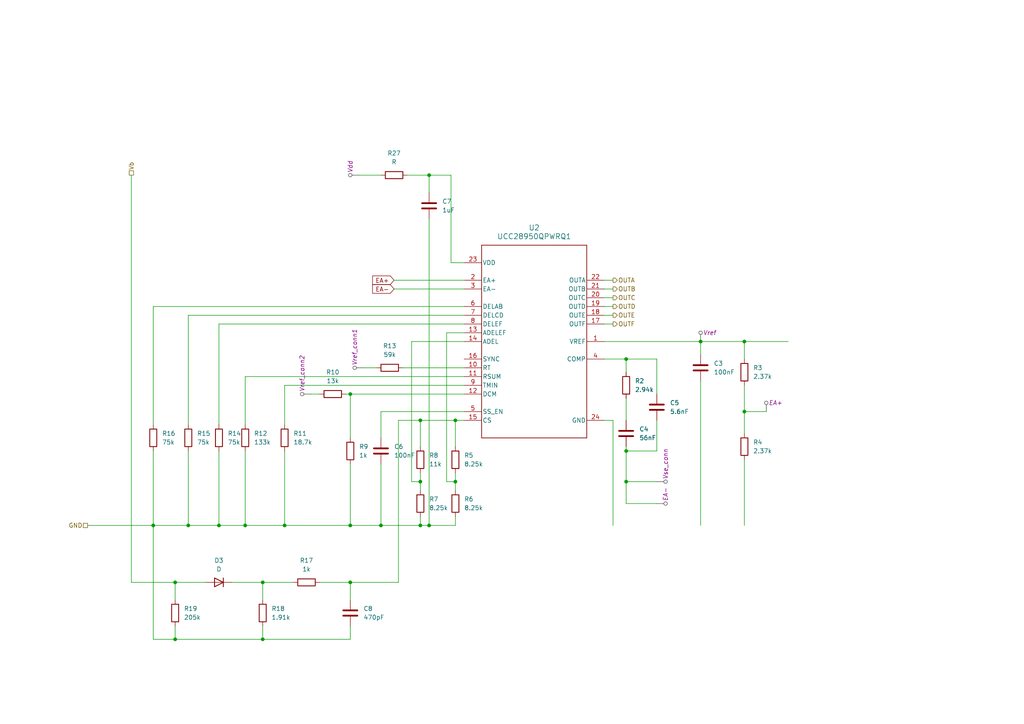
<source format=kicad_sch>
(kicad_sch (version 20231120) (generator "eeschema") (generator_version "8.0")
  (paper "A4")
  (lib_symbols
    (symbol "Device:C" (pin_numbers hide) (pin_names (offset 0.254))
      (property "Reference" "C" (at 0.635 2.54 0))
      (property "Value" "C" (at 0.635 -2.54 0))
      (symbol "C_0_1"
        (polyline (pts (xy -2.032 -0.762) (xy 2.032 -0.762)) (stroke (width 0.508)))
        (polyline (pts (xy -2.032 0.762) (xy 2.032 0.762)) (stroke (width 0.508)))
      )
      (symbol "C_1_1"
        (pin passive line (at 0 3.81 270) (length 2.794) (name "~") (number "1"))
        (pin passive line (at 0 -3.81 90) (length 2.794) (name "~") (number "2"))
      )
    )
    (symbol "Device:D" (pin_numbers hide) (pin_names (offset 1.016) hide)
      (property "Reference" "D" (at 0 2.54 0))
      (property "Value" "D" (at 0 -2.54 0))
      (symbol "D_0_1"
        (polyline (pts (xy -1.27 1.27) (xy -1.27 -1.27)) (stroke (width 0.254)))
        (polyline (pts (xy 1.27 0) (xy -1.27 0)))
        (polyline (pts (xy 1.27 1.27) (xy 1.27 -1.27) (xy -1.27 0) (xy 1.27 1.27)) (stroke (width 0.254)))
      )
      (symbol "D_1_1"
        (pin passive line (at -3.81 0 0) (length 2.54) (name "K") (number "1"))
        (pin passive line (at 3.81 0 180) (length 2.54) (name "A") (number "2"))
      )
    )
    (symbol "Device:R" (pin_numbers hide) (pin_names (offset 0))
      (property "Reference" "R" (at 2.032 0 90))
      (property "Value" "R" (at 0 0 90))
      (symbol "R_0_1"
        (rectangle (start -1.016 -2.54) (end 1.016 2.54) (stroke (width 0.254)))
      )
      (symbol "R_1_1"
        (pin passive line (at 0 3.81 270) (length 1.27) (name "~") (number "1"))
        (pin passive line (at 0 -3.81 90) (length 1.27) (name "~") (number "2"))
      )
    )
    (symbol "UCC28950QPWRQ1:UCC28950QPWRQ1" (pin_names (offset 0.254))
      (property "Reference" "U" (at 0 2.54 0))
      (property "Value" "UCC28950QPWRQ1" (at 0 0 0))
      (symbol "UCC28950QPWRQ1_0_1"
        (polyline (pts (xy -15.24 -27.94) (xy 15.24 -27.94)) (stroke (width 0.2032)))
        (polyline (pts (xy -15.24 27.94) (xy -15.24 -27.94)) (stroke (width 0.2032)))
        (polyline (pts (xy 15.24 -27.94) (xy 15.24 27.94)) (stroke (width 0.2032)))
        (polyline (pts (xy 15.24 27.94) (xy -15.24 27.94)) (stroke (width 0.2032)))
        (pin output line (at 20.32 0 180) (length 5.08) (name "VREF") (number "1"))
        (pin input line (at -20.32 -7.62 0) (length 5.08) (name "RT") (number "10"))
        (pin input line (at -20.32 -10.16 0) (length 5.08) (name "RSUM") (number "11"))
        (pin input line (at -20.32 -15.24 0) (length 5.08) (name "DCM") (number "12"))
        (pin input line (at -20.32 2.54 0) (length 5.08) (name "ADELEF") (number "13"))
        (pin input line (at -20.32 0 0) (length 5.08) (name "ADEL") (number "14"))
        (pin input line (at -20.32 -22.86 0) (length 5.08) (name "CS") (number "15"))
        (pin bidirectional line (at -20.32 -5.08 0) (length 5.08) (name "SYNC") (number "16"))
        (pin output line (at 20.32 5.08 180) (length 5.08) (name "OUTF") (number "17"))
        (pin output line (at 20.32 7.62 180) (length 5.08) (name "OUTE") (number "18"))
        (pin output line (at 20.32 10.16 180) (length 5.08) (name "OUTD") (number "19"))
        (pin input line (at -20.32 17.78 0) (length 5.08) (name "EA+") (number "2"))
        (pin output line (at 20.32 12.7 180) (length 5.08) (name "OUTC") (number "20"))
        (pin output line (at 20.32 15.24 180) (length 5.08) (name "OUTB") (number "21"))
        (pin output line (at 20.32 17.78 180) (length 5.08) (name "OUTA") (number "22"))
        (pin power_in line (at -20.32 22.86 0) (length 5.08) (name "VDD") (number "23"))
        (pin power_in line (at 20.32 -22.86 180) (length 5.08) (name "GND") (number "24"))
        (pin input line (at -20.32 15.24 0) (length 5.08) (name "EA-") (number "3"))
        (pin bidirectional line (at 20.32 -5.08 180) (length 5.08) (name "COMP") (number "4"))
        (pin input line (at -20.32 -20.32 0) (length 5.08) (name "SS_EN") (number "5"))
        (pin input line (at -20.32 10.16 0) (length 5.08) (name "DELAB") (number "6"))
        (pin input line (at -20.32 7.62 0) (length 5.08) (name "DELCD") (number "7"))
        (pin input line (at -20.32 5.08 0) (length 5.08) (name "DELEF") (number "8"))
        (pin input line (at -20.32 -12.7 0) (length 5.08) (name "TMIN") (number "9"))
      )
    )
  )
  (junction (at 124.46 152.4))
  (junction (at 121.92 121.92))
  (junction (at 54.61 152.4))
  (junction (at 71.12 152.4))
  (junction (at 82.55 152.4))
  (junction (at 121.92 139.7))
  (junction (at 101.6 168.91))
  (junction (at 181.61 139.7))
  (junction (at 215.9 119.38))
  (junction (at 50.8 185.42))
  (junction (at 124.46 50.8))
  (junction (at 181.61 130.81))
  (junction (at 121.92 152.4))
  (junction (at 110.49 152.4))
  (junction (at 203.2 99.06))
  (junction (at 76.2 185.42))
  (junction (at 44.45 152.4))
  (junction (at 76.2 168.91))
  (junction (at 101.6 114.3))
  (junction (at 215.9 99.06))
  (junction (at 101.6 152.4))
  (junction (at 50.8 168.91))
  (junction (at 63.5 152.4))
  (junction (at 132.08 139.7))
  (junction (at 181.61 104.14))
  (junction (at 132.08 121.92))
  (wire (pts (xy 190.5 121.92) (xy 190.5 130.81)))
  (wire (pts (xy 118.11 50.8) (xy 124.46 50.8)))
  (wire (pts (xy 134.62 76.2) (xy 130.81 76.2)))
  (wire (pts (xy 71.12 109.22) (xy 134.62 109.22)))
  (wire (pts (xy 76.2 168.91) (xy 76.2 173.99)))
  (wire (pts (xy 44.45 123.19) (xy 44.45 88.9)))
  (wire (pts (xy 121.92 121.92) (xy 132.08 121.92)))
  (wire (pts (xy 82.55 111.76) (xy 82.55 123.19)))
  (wire (pts (xy 121.92 142.24) (xy 121.92 139.7)))
  (wire (pts (xy 101.6 185.42) (xy 101.6 181.61)))
  (wire (pts (xy 119.38 139.7) (xy 119.38 99.06)))
  (wire (pts (xy 124.46 50.8) (xy 124.46 55.88)))
  (wire (pts (xy 71.12 130.81) (xy 71.12 152.4)))
  (wire (pts (xy 134.62 121.92) (xy 132.08 121.92)))
  (wire (pts (xy 215.9 119.38) (xy 222.25 119.38)))
  (wire (pts (xy 101.6 134.62) (xy 101.6 152.4)))
  (wire (pts (xy 100.33 114.3) (xy 101.6 114.3)))
  (wire (pts (xy 50.8 168.91) (xy 50.8 173.99)))
  (wire (pts (xy 50.8 168.91) (xy 59.69 168.91)))
  (wire (pts (xy 181.61 139.7) (xy 190.5 139.7)))
  (wire (pts (xy 76.2 185.42) (xy 101.6 185.42)))
  (wire (pts (xy 119.38 99.06) (xy 134.62 99.06)))
  (wire (pts (xy 129.54 96.52) (xy 129.54 139.7)))
  (wire (pts (xy 134.62 91.44) (xy 54.61 91.44)))
  (wire (pts (xy 124.46 63.5) (xy 124.46 152.4)))
  (wire (pts (xy 132.08 121.92) (xy 132.08 129.54)))
  (wire (pts (xy 101.6 168.91) (xy 115.57 168.91)))
  (wire (pts (xy 114.3 81.28) (xy 134.62 81.28)))
  (wire (pts (xy 134.62 96.52) (xy 129.54 96.52)))
  (wire (pts (xy 175.26 93.98) (xy 177.8 93.98)))
  (wire (pts (xy 63.5 93.98) (xy 134.62 93.98)))
  (wire (pts (xy 101.6 114.3) (xy 101.6 127)))
  (wire (pts (xy 44.45 130.81) (xy 44.45 152.4)))
  (wire (pts (xy 134.62 119.38) (xy 110.49 119.38)))
  (wire (pts (xy 181.61 130.81) (xy 181.61 129.54)))
  (wire (pts (xy 175.26 88.9) (xy 177.8 88.9)))
  (wire (pts (xy 115.57 121.92) (xy 121.92 121.92)))
  (wire (pts (xy 115.57 168.91) (xy 115.57 121.92)))
  (wire (pts (xy 44.45 185.42) (xy 50.8 185.42)))
  (wire (pts (xy 181.61 146.05) (xy 181.61 139.7)))
  (wire (pts (xy 181.61 139.7) (xy 181.61 130.81)))
  (wire (pts (xy 38.1 50.8) (xy 38.1 168.91)))
  (wire (pts (xy 82.55 152.4) (xy 101.6 152.4)))
  (wire (pts (xy 121.92 129.54) (xy 121.92 121.92)))
  (wire (pts (xy 121.92 139.7) (xy 119.38 139.7)))
  (wire (pts (xy 215.9 111.76) (xy 215.9 119.38)))
  (wire (pts (xy 25.4 152.4) (xy 44.45 152.4)))
  (wire (pts (xy 63.5 152.4) (xy 71.12 152.4)))
  (wire (pts (xy 215.9 119.38) (xy 215.9 125.73)))
  (wire (pts (xy 82.55 130.81) (xy 82.55 152.4)))
  (wire (pts (xy 54.61 152.4) (xy 63.5 152.4)))
  (wire (pts (xy 110.49 134.62) (xy 110.49 152.4)))
  (wire (pts (xy 124.46 152.4) (xy 121.92 152.4)))
  (wire (pts (xy 90.17 114.3) (xy 92.71 114.3)))
  (wire (pts (xy 134.62 111.76) (xy 82.55 111.76)))
  (wire (pts (xy 132.08 137.16) (xy 132.08 139.7)))
  (wire (pts (xy 181.61 115.57) (xy 181.61 121.92)))
  (wire (pts (xy 76.2 168.91) (xy 85.09 168.91)))
  (wire (pts (xy 105.41 106.68) (xy 109.22 106.68)))
  (wire (pts (xy 116.84 106.68) (xy 134.62 106.68)))
  (wire (pts (xy 215.9 99.06) (xy 215.9 104.14)))
  (wire (pts (xy 54.61 91.44) (xy 54.61 123.19)))
  (wire (pts (xy 190.5 146.05) (xy 181.61 146.05)))
  (wire (pts (xy 215.9 99.06) (xy 228.6 99.06)))
  (wire (pts (xy 50.8 185.42) (xy 76.2 185.42)))
  (wire (pts (xy 175.26 121.92) (xy 177.8 121.92)))
  (wire (pts (xy 181.61 104.14) (xy 175.26 104.14)))
  (wire (pts (xy 190.5 114.3) (xy 190.5 104.14)))
  (wire (pts (xy 63.5 123.19) (xy 63.5 93.98)))
  (wire (pts (xy 110.49 152.4) (xy 101.6 152.4)))
  (wire (pts (xy 175.26 99.06) (xy 203.2 99.06)))
  (wire (pts (xy 190.5 130.81) (xy 181.61 130.81)))
  (wire (pts (xy 104.14 50.8) (xy 110.49 50.8)))
  (wire (pts (xy 50.8 168.91) (xy 38.1 168.91)))
  (wire (pts (xy 175.26 86.36) (xy 177.8 86.36)))
  (wire (pts (xy 203.2 99.06) (xy 203.2 102.87)))
  (wire (pts (xy 63.5 130.81) (xy 63.5 152.4)))
  (wire (pts (xy 215.9 133.35) (xy 215.9 152.4)))
  (wire (pts (xy 44.45 88.9) (xy 134.62 88.9)))
  (wire (pts (xy 175.26 83.82) (xy 177.8 83.82)))
  (wire (pts (xy 44.45 152.4) (xy 44.45 185.42)))
  (wire (pts (xy 132.08 152.4) (xy 124.46 152.4)))
  (wire (pts (xy 203.2 110.49) (xy 203.2 152.4)))
  (wire (pts (xy 130.81 50.8) (xy 124.46 50.8)))
  (wire (pts (xy 132.08 139.7) (xy 132.08 142.24)))
  (wire (pts (xy 121.92 137.16) (xy 121.92 139.7)))
  (wire (pts (xy 67.31 168.91) (xy 76.2 168.91)))
  (wire (pts (xy 101.6 168.91) (xy 101.6 173.99)))
  (wire (pts (xy 71.12 152.4) (xy 82.55 152.4)))
  (wire (pts (xy 76.2 181.61) (xy 76.2 185.42)))
  (wire (pts (xy 175.26 91.44) (xy 177.8 91.44)))
  (wire (pts (xy 134.62 114.3) (xy 101.6 114.3)))
  (wire (pts (xy 71.12 109.22) (xy 71.12 123.19)))
  (wire (pts (xy 203.2 99.06) (xy 215.9 99.06)))
  (wire (pts (xy 54.61 130.81) (xy 54.61 152.4)))
  (wire (pts (xy 177.8 121.92) (xy 177.8 152.4)))
  (wire (pts (xy 110.49 119.38) (xy 110.49 127)))
  (wire (pts (xy 181.61 104.14) (xy 190.5 104.14)))
  (wire (pts (xy 130.81 76.2) (xy 130.81 50.8)))
  (wire (pts (xy 114.3 83.82) (xy 134.62 83.82)))
  (wire (pts (xy 44.45 152.4) (xy 54.61 152.4)))
  (wire (pts (xy 132.08 149.86) (xy 132.08 152.4)))
  (wire (pts (xy 175.26 81.28) (xy 177.8 81.28)))
  (wire (pts (xy 121.92 149.86) (xy 121.92 152.4)))
  (wire (pts (xy 129.54 139.7) (xy 132.08 139.7)))
  (wire (pts (xy 181.61 104.14) (xy 181.61 107.95)))
  (wire (pts (xy 50.8 181.61) (xy 50.8 185.42)))
  (wire (pts (xy 121.92 152.4) (xy 110.49 152.4)))
  (wire (pts (xy 92.71 168.91) (xy 101.6 168.91)))
  (global_label "EA+" (shape input) (at 114.3 81.28 180) (property "Intersheetrefs" "${INTERSHEET_REFS}" (effects (hide yes))))
  (global_label "EA-" (shape input) (at 114.3 83.82 180) (property "Intersheetrefs" "${INTERSHEET_REFS}" (effects (hide yes))))
  (hierarchical_label "Vb" (shape passive) (at 38.1 50.8 90))
  (hierarchical_label "OUTC" (shape output) (at 177.8 86.36 0))
  (hierarchical_label "OUTE" (shape output) (at 177.8 91.44 0))
  (hierarchical_label "OUTD" (shape output) (at 177.8 88.9 0))
  (hierarchical_label "OUTF" (shape output) (at 177.8 93.98 0))
  (hierarchical_label "OUTA" (shape output) (at 177.8 81.28 0))
  (hierarchical_label "OUTB" (shape output) (at 177.8 83.82 0))
  (hierarchical_label "GND" (shape passive) (at 25.4 152.4 180))
  (netclass_flag "" (length 2.54) (shape round) (at 222.25 119.38 0) (property "Netclass" "EA+" (at 222.9485 116.84 0) (effects (font (italic yes)) (justify left))))
  (netclass_flag "" (length 2.54) (shape round) (at 90.17 114.3 90) (property "Netclass" "Vref_conn2" (at 87.63 113.6015 90) (effects (font (italic yes)) (justify left))))
  (netclass_flag "" (length 2.54) (shape round) (at 190.5 139.7 270) (property "Netclass" "Vse_conn" (at 193.04 139.0015 90) (effects (font (italic yes)) (justify left))))
  (netclass_flag "" (length 2.54) (shape round) (at 190.5 146.05 270) (property "Netclass" "EA-" (at 193.04 145.3515 90) (effects (font (italic yes)) (justify left))))
  (netclass_flag "" (length 2.54) (shape round) (at 203.2 99.06 0) (property "Netclass" "Vref" (at 203.8985 96.52 0) (effects (font (italic yes)) (justify left))))
  (netclass_flag "" (length 2.54) (shape round) (at 104.14 50.8 90) (property "Netclass" "Vdd" (at 101.6 50.1015 90) (effects (font (italic yes)) (justify left))))
  (netclass_flag "" (length 2.54) (shape round) (at 105.41 106.68 90) (property "Netclass" "Vref_conn1" (at 102.87 105.9815 90) (effects (font (italic yes)) (justify left))))
  (symbol (lib_id "Device:R") (at 63.5 127 180) (unit 1)
    (property "Reference" "R14" (at 66.04 125.7299 0) (effects (justify right)))
    (property "Value" "75k" (at 66.04 128.2699 0) (effects (justify right)))
    (property "Footprint" "Resistor_SMD:R_0805_2012Metric_Pad1.20x1.40mm_HandSolder" (effects (hide yes)))
    (property "Description" "CRCW080575K0FKEA 75 kOhms ±1% 0.125W, 1/8W Chip Resistor 0805 (2012 Metric) Automotive AEC-Q200 Thick Film" (effects (hide yes)))
  )
  (symbol (lib_id "Device:R") (at 101.6 130.81 0) (unit 1)
    (property "Reference" "R9" (at 104.14 129.5399 0) (effects (justify left)))
    (property "Value" "1k" (at 104.14 132.0799 0) (effects (justify left)))
    (property "Footprint" "Resistor_SMD:R_0805_2012Metric_Pad1.20x1.40mm_HandSolder" (effects (hide yes)))
    (property "Description" "CRCW08051K00FKEA 1 kOhms ±1% 0.125W, 1/8W Chip Resistor 0805 (2012 Metric) Automotive AEC-Q200 Thick Film" (effects (hide yes)))
  )
  (symbol (lib_id "Device:R") (at 96.52 114.3 90) (unit 1)
    (property "Reference" "R10" (at 96.52 107.95 90))
    (property "Value" "13k" (at 96.52 110.49 90))
    (property "Footprint" "Resistor_SMD:R_0805_2012Metric_Pad1.20x1.40mm_HandSolder" (effects (hide yes)))
    (property "Description" "CRCW080513K0FKEA 13 kOhms ±1% 0.125W, 1/8W Chip Resistor 0805 (2012 Metric) Automotive AEC-Q200 Thick Film" (effects (hide yes)))
  )
  (symbol (lib_id "Device:R") (at 88.9 168.91 270) (unit 1)
    (property "Reference" "R17" (at 88.9 162.56 90))
    (property "Value" "1k" (at 88.9 165.1 90))
    (property "Footprint" "Resistor_SMD:R_0805_2012Metric_Pad1.20x1.40mm_HandSolder" (effects (hide yes)))
    (property "Description" "CRCW08051K00FKEA 1 kOhms ±1% 0.125W, 1/8W Chip Resistor 0805 (2012 Metric) Automotive AEC-Q200 Thick Film" (effects (hide yes)))
  )
  (symbol (lib_id "Device:R") (at 114.3 50.8 90) (unit 1)
    (property "Reference" "R27" (at 114.3 44.45 90))
    (property "Value" "R" (at 114.3 46.99 90))
    (property "Description" "Resistor" (effects (hide yes)))
  )
  (symbol (lib_id "Device:R") (at 113.03 106.68 270) (unit 1)
    (property "Reference" "R13" (at 113.03 100.33 90))
    (property "Value" "59k" (at 113.03 102.87 90))
    (property "Footprint" "Resistor_SMD:R_0805_2012Metric_Pad1.20x1.40mm_HandSolder" (effects (hide yes)))
    (property "Description" "CRCW080559K0FKEA 59 kOhms ±1% 0.125W, 1/8W Chip Resistor 0805 (2012 Metric) Automotive AEC-Q200 Thick Film" (effects (hide yes)))
  )
  (symbol (lib_id "Device:D") (at 63.5 168.91 180) (unit 1)
    (property "Reference" "D3" (at 63.5 162.56 0))
    (property "Value" "D" (at 63.5 165.1 0))
    (property "Footprint" "Diode_SMD:D_SOD-123" (effects (hide yes)))
    (property "Datasheet" "chrome-extension://efaidnbmnnnibpcajpcglclefindmkaj/https://www.onsemi.com/pdf/datasheet/mmsd4148t1-d.pdf" (effects (hide yes)))
    (property "Description" "Diode 100 V 200mA Surface Mount SOD-123" (effects (hide yes)))
    (property "Sim.Device" "D" (effects (hide yes)))
    (property "Sim.Pins" "1=K 2=A" (effects (hide yes)))
  )
  (symbol (lib_id "Device:R") (at 50.8 177.8 180) (unit 1)
    (property "Reference" "R19" (at 53.34 176.5299 0) (effects (justify right)))
    (property "Value" "205k" (at 53.34 179.0699 0) (effects (justify right)))
    (property "Footprint" "Resistor_SMD:R_0805_2012Metric_Pad1.20x1.40mm_HandSolder" (effects (hide yes)))
    (property "Description" "RC0805FR-07205KL 205 kOhms ±1% 0.125W, 1/8W Chip Resistor 0805 (2012 Metric) Moisture Resistant Thick Film" (effects (hide yes)))
  )
  (symbol (lib_id "UCC28950QPWRQ1:UCC28950QPWRQ1") (at 154.94 99.06 0) (unit 1)
    (property "Reference" "U2" (at 154.94 66.04 0) (effects (font (size 1.524 1.524))))
    (property "Value" "UCC28950QPWRQ1" (at 154.94 68.58 0) (effects (font (size 1.524 1.524))))
    (property "Footprint" "PW0024A_N" (effects (hide yes)))
    (property "Datasheet" "UCC28950QPWRQ1" (effects (hide yes)))
  )
  (symbol (lib_id "Device:R") (at 71.12 127 180) (unit 1)
    (property "Reference" "R12" (at 73.66 125.7299 0) (effects (justify right)))
    (property "Value" "133k" (at 73.66 128.2699 0) (effects (justify right)))
    (property "Footprint" "Resistor_SMD:R_0805_2012Metric_Pad1.20x1.40mm_HandSolder" (effects (hide yes)))
    (property "Description" "CRCW0805133KFKEA 133 kOhms ±1% 0.125W, 1/8W Chip Resistor 0805 (2012 Metric) Automotive AEC-Q200 Thick Film" (effects (hide yes)))
  )
  (symbol (lib_id "Device:C") (at 190.5 118.11 0) (unit 1)
    (property "Reference" "C5" (at 194.31 116.8399 0) (effects (justify left)))
    (property "Value" "5.6nF" (at 194.31 119.3799 0) (effects (justify left)))
    (property "Footprint" "Capacitor_SMD:C_0805_2012Metric_Pad1.18x1.45mm_HandSolder" (effects (hide yes)))
    (property "Description" "CGA4C2C0G1H562J060AA" (effects (hide yes)))
  )
  (symbol (lib_id "Device:C") (at 124.46 59.69 0) (unit 1)
    (property "Reference" "C7" (at 128.27 58.4199 0) (effects (justify left)))
    (property "Value" "1uF" (at 128.27 60.9599 0) (effects (justify left)))
    (property "Footprint" "Capacitor_SMD:C_0805_2012Metric_Pad1.18x1.45mm_HandSolder" (effects (hide yes)))
    (property "Description" "TMK212BJ105KG-T 1 µF ±10% 25V Ceramic Capacitor X5R 0805 (2012 Metric)" (effects (hide yes)))
  )
  (symbol (lib_id "Device:R") (at 132.08 133.35 0) (unit 1)
    (property "Reference" "R5" (at 134.62 132.0799 0) (effects (justify left)))
    (property "Value" "8.25k" (at 134.62 134.6199 0) (effects (justify left)))
    (property "Footprint" "Resistor_SMD:R_0805_2012Metric_Pad1.20x1.40mm_HandSolder" (effects (hide yes)))
    (property "Description" "CRCW08058K25FKEAC 8.25 kOhms ±1% 0.125W, 1/8W Chip Resistor 0805 (2012 Metric) Thick Film" (effects (hide yes)))
  )
  (symbol (lib_id "Device:R") (at 76.2 177.8 180) (unit 1)
    (property "Reference" "R18" (at 78.74 176.5299 0) (effects (justify right)))
    (property "Value" "1.91k" (at 78.74 179.0699 0) (effects (justify right)))
    (property "Footprint" "Resistor_SMD:R_0805_2012Metric_Pad1.20x1.40mm_HandSolder" (effects (hide yes)))
    (property "Description" "CRCW08051K91FKEA 1.91 kOhms ±1% 0.125W, 1/8W Chip Resistor 0805 (2012 Metric) Automotive AEC-Q200 Thick Film" (effects (hide yes)))
  )
  (symbol (lib_id "Device:C") (at 101.6 177.8 0) (unit 1)
    (property "Reference" "C8" (at 105.41 176.5299 0) (effects (justify left)))
    (property "Value" "470pF" (at 105.41 179.0699 0) (effects (justify left)))
    (property "Footprint" "Capacitor_SMD:C_0805_2012Metric_Pad1.18x1.45mm_HandSolder" (effects (hide yes)))
    (property "Description" "CC0805JRNPO9BN471 470 pF ±5% 50V Ceramic Capacitor C0G, NP0 0805 (2012 Metric)" (effects (hide yes)))
  )
  (symbol (lib_id "Device:R") (at 121.92 146.05 0) (unit 1)
    (property "Reference" "R7" (at 124.46 144.7799 0) (effects (justify left)))
    (property "Value" "8.25k" (at 124.46 147.3199 0) (effects (justify left)))
    (property "Footprint" "Resistor_SMD:R_0805_2012Metric_Pad1.20x1.40mm_HandSolder" (effects (hide yes)))
    (property "Description" "CRCW08058K25FKEAC 8.25 kOhms ±1% 0.125W, 1/8W Chip Resistor 0805 (2012 Metric) Thick Film" (effects (hide yes)))
  )
  (symbol (lib_id "Device:R") (at 121.92 133.35 0) (unit 1)
    (property "Reference" "R8" (at 124.46 132.0799 0) (effects (justify left)))
    (property "Value" "11k" (at 124.46 134.6199 0) (effects (justify left)))
    (property "Footprint" "Resistor_SMD:R_0805_2012Metric_Pad1.20x1.40mm_HandSolder" (effects (hide yes)))
    (property "Description" "CRCW080511K0FKEA 11 kOhms ±1% 0.125W, 1/8W Chip Resistor 0805 (2012 Metric) Automotive AEC-Q200 Thick Film" (effects (hide yes)))
  )
  (symbol (lib_id "Device:C") (at 110.49 130.81 0) (unit 1)
    (property "Reference" "C6" (at 114.3 129.5399 0) (effects (justify left)))
    (property "Value" "100nF" (at 114.3 132.0799 0) (effects (justify left)))
    (property "Footprint" "Capacitor_SMD:C_0805_2012Metric_Pad1.18x1.45mm_HandSolder" (effects (hide yes)))
    (property "Description" "CC0805KRX7R8BB104 0.1 µF ±10% 25V Ceramic Capacitor X7R 0805 (2012 Metric)" (effects (hide yes)))
  )
  (symbol (lib_id "Device:C") (at 203.2 106.68 0) (unit 1)
    (property "Reference" "C3" (at 207.01 105.4099 0) (effects (justify left)))
    (property "Value" "100nF" (at 207.01 107.9499 0) (effects (justify left)))
    (property "Footprint" "Capacitor_SMD:C_0805_2012Metric_Pad1.18x1.45mm_HandSolder" (effects (hide yes)))
    (property "Description" "08053C104KAT2A 0.1 µF ±10% 25V Ceramic Capacitor X7R 0805 (2012 Metric)" (effects (hide yes)))
  )
  (symbol (lib_id "Device:R") (at 82.55 127 180) (unit 1)
    (property "Reference" "R11" (at 85.09 125.7299 0) (effects (justify right)))
    (property "Value" "18.7k" (at 85.09 128.2699 0) (effects (justify right)))
    (property "Footprint" "Resistor_SMD:R_0805_2012Metric_Pad1.20x1.40mm_HandSolder" (effects (hide yes)))
    (property "Description" "CRCW080518K7FKEA 18.7 kOhms ±1% 0.125W, 1/8W Chip Resistor 0805 (2012 Metric) Automotive AEC-Q200 Thick Film" (effects (hide yes)))
  )
  (symbol (lib_id "Device:R") (at 132.08 146.05 0) (unit 1)
    (property "Reference" "R6" (at 134.62 144.7799 0) (effects (justify left)))
    (property "Value" "8.25k" (at 134.62 147.3199 0) (effects (justify left)))
    (property "Footprint" "Resistor_SMD:R_0805_2012Metric_Pad1.20x1.40mm_HandSolder" (effects (hide yes)))
    (property "Description" "CRCW08058K25FKEAC 8.25 kOhms ±1% 0.125W, 1/8W Chip Resistor 0805 (2012 Metric) Thick Film" (effects (hide yes)))
  )
  (symbol (lib_id "Device:R") (at 215.9 107.95 0) (unit 1)
    (property "Reference" "R3" (at 218.44 106.6799 0) (effects (justify left)))
    (property "Value" "2.37k" (at 218.44 109.2199 0) (effects (justify left)))
    (property "Footprint" "Resistor_SMD:R_0805_2012Metric_Pad1.20x1.40mm_HandSolder" (effects (hide yes)))
    (property "Description" "CRCW08052K37FKEA" (effects (hide yes)))
  )
  (symbol (lib_id "Device:R") (at 44.45 127 180) (unit 1)
    (property "Reference" "R16" (at 46.99 125.7299 0) (effects (justify right)))
    (property "Value" "75k" (at 46.99 128.2699 0) (effects (justify right)))
    (property "Footprint" "Resistor_SMD:R_0805_2012Metric_Pad1.20x1.40mm_HandSolder" (effects (hide yes)))
    (property "Description" "CRCW080575K0FKEA 75 kOhms ±1% 0.125W, 1/8W Chip Resistor 0805 (2012 Metric) Automotive AEC-Q200 Thick Film" (effects (hide yes)))
  )
  (symbol (lib_id "Device:R") (at 54.61 127 180) (unit 1)
    (property "Reference" "R15" (at 57.15 125.7299 0) (effects (justify right)))
    (property "Value" "75k" (at 57.15 128.2699 0) (effects (justify right)))
    (property "Footprint" "Resistor_SMD:R_0805_2012Metric_Pad1.20x1.40mm_HandSolder" (effects (hide yes)))
    (property "Description" "CRCW080575K0FKEA 75 kOhms ±1% 0.125W, 1/8W Chip Resistor 0805 (2012 Metric) Automotive AEC-Q200 Thick Film" (effects (hide yes)))
  )
  (symbol (lib_id "Device:R") (at 181.61 111.76 0) (unit 1)
    (property "Reference" "R2" (at 184.15 110.4899 0) (effects (justify left)))
    (property "Value" "2.94k" (at 184.15 113.0299 0) (effects (justify left)))
    (property "Footprint" "Resistor_SMD:R_0805_2012Metric_Pad1.20x1.40mm_HandSolder" (effects (hide yes)))
    (property "Description" "CRCW08052K94FKEA 2.94 kOhms ±1% 0.125W, 1/8W Chip Resistor 0805 (2012 Metric) Automotive AEC-Q200 Thick Film" (effects (hide yes)))
  )
  (symbol (lib_id "Device:C") (at 181.61 125.73 0) (unit 1)
    (property "Reference" "C4" (at 185.42 124.4599 0) (effects (justify left)))
    (property "Value" "56nF" (at 185.42 126.9999 0) (effects (justify left)))
    (property "Footprint" "Capacitor_SMD:C_0805_2012Metric_Pad1.18x1.45mm_HandSolder" (effects (hide yes)))
    (property "Description" "CC0805JRX7R9BB563 0.056 µF ±5% 50V Ceramic Capacitor X7R 0805 (2012 Metric)" (effects (hide yes)))
  )
  (symbol (lib_id "Device:R") (at 215.9 129.54 0) (unit 1)
    (property "Reference" "R4" (at 218.44 128.2699 0) (effects (justify left)))
    (property "Value" "2.37k" (at 218.44 130.8099 0) (effects (justify left)))
    (property "Footprint" "Resistor_SMD:R_0805_2012Metric_Pad1.20x1.40mm_HandSolder" (effects (hide yes)))
    (property "Description" "CRCW08052K37FKEA" (effects (hide yes)))
  )
)
</source>
